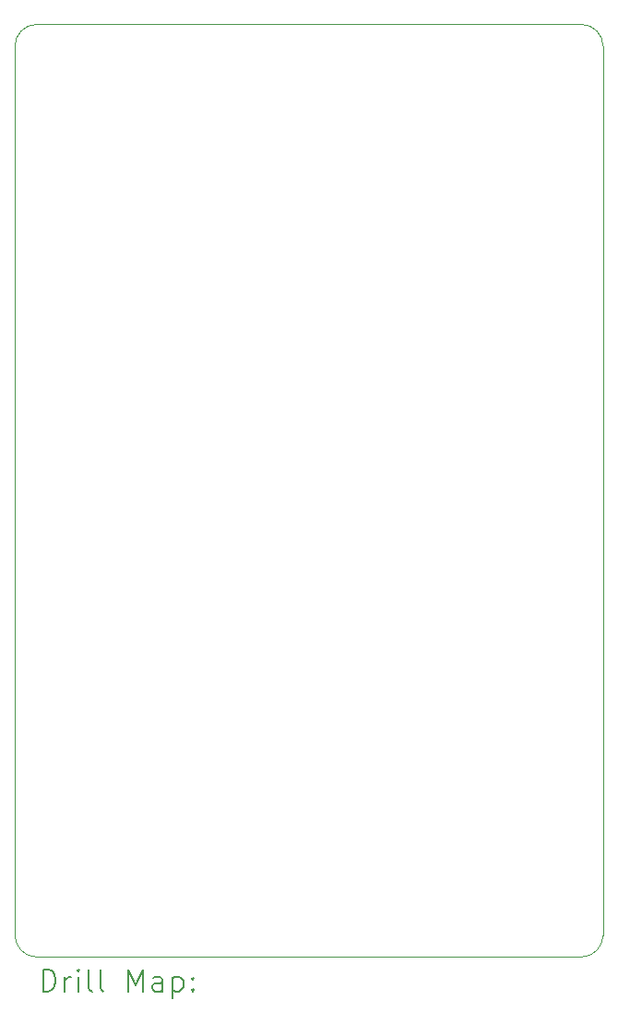
<source format=gbr>
%TF.GenerationSoftware,KiCad,Pcbnew,7.0.8*%
%TF.CreationDate,2023-11-19T22:04:54+01:00*%
%TF.ProjectId,ProtoHu_revA_layer1,50726f74-6f48-4755-9f72-6576415f6c61,rev?*%
%TF.SameCoordinates,Original*%
%TF.FileFunction,Drillmap*%
%TF.FilePolarity,Positive*%
%FSLAX45Y45*%
G04 Gerber Fmt 4.5, Leading zero omitted, Abs format (unit mm)*
G04 Created by KiCad (PCBNEW 7.0.8) date 2023-11-19 22:04:54*
%MOMM*%
%LPD*%
G01*
G04 APERTURE LIST*
%ADD10C,0.050000*%
%ADD11C,0.200000*%
G04 APERTURE END LIST*
D10*
X17548860Y-14580260D02*
X17548860Y-6420460D01*
X12151360Y-14580260D02*
G75*
G03*
X12351360Y-14780260I200000J0D01*
G01*
X12351360Y-6220460D02*
G75*
G03*
X12151360Y-6420460I0J-200000D01*
G01*
X17348860Y-14780260D02*
G75*
G03*
X17548860Y-14580260I0J200000D01*
G01*
X12351360Y-14780260D02*
X17348860Y-14780260D01*
X12151360Y-6420460D02*
X12151360Y-14580260D01*
X17548860Y-6420460D02*
G75*
G03*
X17348860Y-6220460I-200000J0D01*
G01*
X17348860Y-6220460D02*
X12351360Y-6220460D01*
D11*
X12409637Y-15094244D02*
X12409637Y-14894244D01*
X12409637Y-14894244D02*
X12457256Y-14894244D01*
X12457256Y-14894244D02*
X12485827Y-14903768D01*
X12485827Y-14903768D02*
X12504875Y-14922815D01*
X12504875Y-14922815D02*
X12514399Y-14941863D01*
X12514399Y-14941863D02*
X12523922Y-14979958D01*
X12523922Y-14979958D02*
X12523922Y-15008529D01*
X12523922Y-15008529D02*
X12514399Y-15046625D01*
X12514399Y-15046625D02*
X12504875Y-15065672D01*
X12504875Y-15065672D02*
X12485827Y-15084720D01*
X12485827Y-15084720D02*
X12457256Y-15094244D01*
X12457256Y-15094244D02*
X12409637Y-15094244D01*
X12609637Y-15094244D02*
X12609637Y-14960910D01*
X12609637Y-14999006D02*
X12619161Y-14979958D01*
X12619161Y-14979958D02*
X12628684Y-14970434D01*
X12628684Y-14970434D02*
X12647732Y-14960910D01*
X12647732Y-14960910D02*
X12666780Y-14960910D01*
X12733446Y-15094244D02*
X12733446Y-14960910D01*
X12733446Y-14894244D02*
X12723922Y-14903768D01*
X12723922Y-14903768D02*
X12733446Y-14913291D01*
X12733446Y-14913291D02*
X12742970Y-14903768D01*
X12742970Y-14903768D02*
X12733446Y-14894244D01*
X12733446Y-14894244D02*
X12733446Y-14913291D01*
X12857256Y-15094244D02*
X12838208Y-15084720D01*
X12838208Y-15084720D02*
X12828684Y-15065672D01*
X12828684Y-15065672D02*
X12828684Y-14894244D01*
X12962018Y-15094244D02*
X12942970Y-15084720D01*
X12942970Y-15084720D02*
X12933446Y-15065672D01*
X12933446Y-15065672D02*
X12933446Y-14894244D01*
X13190589Y-15094244D02*
X13190589Y-14894244D01*
X13190589Y-14894244D02*
X13257256Y-15037101D01*
X13257256Y-15037101D02*
X13323922Y-14894244D01*
X13323922Y-14894244D02*
X13323922Y-15094244D01*
X13504875Y-15094244D02*
X13504875Y-14989482D01*
X13504875Y-14989482D02*
X13495351Y-14970434D01*
X13495351Y-14970434D02*
X13476303Y-14960910D01*
X13476303Y-14960910D02*
X13438208Y-14960910D01*
X13438208Y-14960910D02*
X13419161Y-14970434D01*
X13504875Y-15084720D02*
X13485827Y-15094244D01*
X13485827Y-15094244D02*
X13438208Y-15094244D01*
X13438208Y-15094244D02*
X13419161Y-15084720D01*
X13419161Y-15084720D02*
X13409637Y-15065672D01*
X13409637Y-15065672D02*
X13409637Y-15046625D01*
X13409637Y-15046625D02*
X13419161Y-15027577D01*
X13419161Y-15027577D02*
X13438208Y-15018053D01*
X13438208Y-15018053D02*
X13485827Y-15018053D01*
X13485827Y-15018053D02*
X13504875Y-15008529D01*
X13600113Y-14960910D02*
X13600113Y-15160910D01*
X13600113Y-14970434D02*
X13619161Y-14960910D01*
X13619161Y-14960910D02*
X13657256Y-14960910D01*
X13657256Y-14960910D02*
X13676303Y-14970434D01*
X13676303Y-14970434D02*
X13685827Y-14979958D01*
X13685827Y-14979958D02*
X13695351Y-14999006D01*
X13695351Y-14999006D02*
X13695351Y-15056148D01*
X13695351Y-15056148D02*
X13685827Y-15075196D01*
X13685827Y-15075196D02*
X13676303Y-15084720D01*
X13676303Y-15084720D02*
X13657256Y-15094244D01*
X13657256Y-15094244D02*
X13619161Y-15094244D01*
X13619161Y-15094244D02*
X13600113Y-15084720D01*
X13781065Y-15075196D02*
X13790589Y-15084720D01*
X13790589Y-15084720D02*
X13781065Y-15094244D01*
X13781065Y-15094244D02*
X13771542Y-15084720D01*
X13771542Y-15084720D02*
X13781065Y-15075196D01*
X13781065Y-15075196D02*
X13781065Y-15094244D01*
X13781065Y-14970434D02*
X13790589Y-14979958D01*
X13790589Y-14979958D02*
X13781065Y-14989482D01*
X13781065Y-14989482D02*
X13771542Y-14979958D01*
X13771542Y-14979958D02*
X13781065Y-14970434D01*
X13781065Y-14970434D02*
X13781065Y-14989482D01*
M02*

</source>
